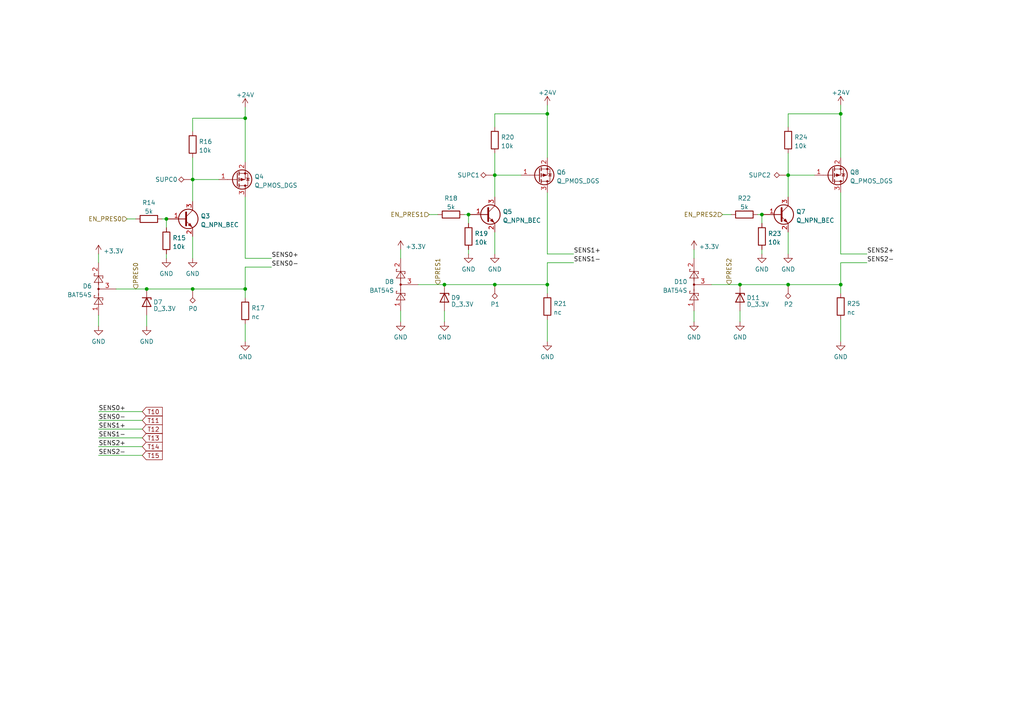
<source format=kicad_sch>
(kicad_sch (version 20211123) (generator eeschema)
  (paper "A4")
  (title_block (title "FloatPUMP Schematics") (date "2022-11-11") (rev "1.0") (company "robtor.de") (comment 1 "Controller board for up to 3 water pumps") (comment 2 "measuring capabilities with piezoresistive pressure sensors") (comment 3 "sensor input Range 4mA-20mA"))
  (lib_symbols
    (symbol "Connector:TestPoint_Alt" (pin_numbers hide) (pin_names (offset 0.762) hide)
      (property "Reference" "TP" (at 0 6.858 0))
      (property "Value" "TestPoint_Alt" (at 0 5.08 0))
      (symbol "TestPoint_Alt_0_1"
        (polyline (pts (xy 0 2.54) (xy -0.762 3.302) (xy 0 4.064) (xy 0.762 3.302) (xy 0 2.54)))
      )
      (symbol "TestPoint_Alt_1_1"
        (pin passive line (at 0 0 90) (length 2.54) (name "1") (number "1"))
      )
    )
    (symbol "D_Zener_1" (pin_numbers hide) (pin_names (offset 1.016) hide)
      (property "Reference" "D?" (at 2.032 0.8347 90))
      (property "Value" "D_Zener_1" (at 2.032 -1.7022 90))
      (symbol "D_Zener_1_0_1"
        (polyline (pts (xy 1.27 0) (xy -1.27 0)))
        (polyline (pts (xy -1.27 -1.27) (xy -1.27 1.27) (xy -0.762 1.27)) (stroke (width 0.254)))
        (polyline (pts (xy 1.27 -1.27) (xy 1.27 1.27) (xy -1.27 0) (xy 1.27 -1.27)) (stroke (width 0.254)))
      )
      (symbol "D_Zener_1_1_1"
        (pin passive line (at 3.81 0 180) (length 2.54) (name "A") (number "1"))
        (pin passive line (at -3.81 0 0) (length 2.54) (name "K") (number "3"))
      )
    )
    (symbol "Device:Q_NPN_BEC" (pin_names (offset 0) hide)
      (property "Reference" "Q" (at 5.08 1.27 0))
      (property "Value" "Q_NPN_BEC" (at 5.08 -1.27 0))
      (symbol "Q_NPN_BEC_0_1"
        (polyline (pts (xy 0.635 0.635) (xy 2.54 2.54)))
        (polyline (pts (xy 0.635 -0.635) (xy 2.54 -2.54) (xy 2.54 -2.54)))
        (polyline (pts (xy 0.635 1.905) (xy 0.635 -1.905) (xy 0.635 -1.905)) (stroke (width 0.508)))
        (polyline (pts (xy 1.27 -1.778) (xy 1.778 -1.27) (xy 2.286 -2.286) (xy 1.27 -1.778) (xy 1.27 -1.778)) (fill (type outline)))
        (circle (center 1.27 0) (radius 2.8194) (stroke (width 0.254)))
      )
      (symbol "Q_NPN_BEC_1_1"
        (pin input line (at -5.08 0 0) (length 5.715) (name "B") (number "1"))
        (pin passive line (at 2.54 -5.08 90) (length 2.54) (name "E") (number "2"))
        (pin passive line (at 2.54 5.08 270) (length 2.54) (name "C") (number "3"))
      )
    )
    (symbol "Device:Q_PMOS_GSD" (pin_names (offset 0) hide)
      (property "Reference" "Q" (at 5.08 1.27 0))
      (property "Value" "Q_PMOS_GSD" (at 5.08 -1.27 0))
      (symbol "Q_PMOS_GSD_0_1"
        (polyline (pts (xy 0.254 0) (xy -2.54 0)))
        (polyline (pts (xy 0.254 1.905) (xy 0.254 -1.905)) (stroke (width 0.254)))
        (polyline (pts (xy 0.762 -1.27) (xy 0.762 -2.286)) (stroke (width 0.254)))
        (polyline (pts (xy 0.762 0.508) (xy 0.762 -0.508)) (stroke (width 0.254)))
        (polyline (pts (xy 0.762 2.286) (xy 0.762 1.27)) (stroke (width 0.254)))
        (polyline (pts (xy 2.54 2.54) (xy 2.54 1.778)))
        (polyline (pts (xy 2.54 -2.54) (xy 2.54 0) (xy 0.762 0)))
        (polyline (pts (xy 0.762 1.778) (xy 3.302 1.778) (xy 3.302 -1.778) (xy 0.762 -1.778)))
        (polyline (pts (xy 2.286 0) (xy 1.27 0.381) (xy 1.27 -0.381) (xy 2.286 0)) (fill (type outline)))
        (polyline (pts (xy 2.794 -0.508) (xy 2.921 -0.381) (xy 3.683 -0.381) (xy 3.81 -0.254)))
        (polyline (pts (xy 3.302 -0.381) (xy 2.921 0.254) (xy 3.683 0.254) (xy 3.302 -0.381)))
        (circle (center 1.651 0) (radius 2.794) (stroke (width 0.254)))
        (circle (center 2.54 -1.778) (radius 0.254) (fill (type outline)))
        (circle (center 2.54 1.778) (radius 0.254) (fill (type outline)))
      )
      (symbol "Q_PMOS_GSD_1_1"
        (pin input line (at -5.08 0 0) (length 2.54) (name "G") (number "1"))
        (pin passive line (at 2.54 -5.08 90) (length 2.54) (name "S") (number "2"))
        (pin passive line (at 2.54 5.08 270) (length 2.54) (name "D") (number "3"))
      )
    )
    (symbol "Device:R" (pin_numbers hide) (pin_names (offset 0))
      (property "Reference" "R" (at 2.032 0 90))
      (property "Value" "R" (at 0 0 90))
      (symbol "R_0_1"
        (rectangle (start -1.016 -2.54) (end 1.016 2.54) (stroke (width 0.254)))
      )
      (symbol "R_1_1"
        (pin passive line (at 0 3.81 270) (length 1.27) (name "~") (number "1"))
        (pin passive line (at 0 -3.81 90) (length 1.27) (name "~") (number "2"))
      )
    )
    (symbol "Diode:BAT54S" (pin_names (offset 1.016))
      (property "Reference" "D" (at 0.635 -3.81 0))
      (property "Value" "BAT54S" (at -6.35 3.175 0))
      (symbol "BAT54S_0_1"
        (polyline (pts (xy -3.81 0) (xy -1.27 0)))
        (polyline (pts (xy -3.175 -1.27) (xy -3.175 -1.016)))
        (polyline (pts (xy -2.54 -1.27) (xy -3.175 -1.27)))
        (polyline (pts (xy -2.54 -1.27) (xy -2.54 1.27)))
        (polyline (pts (xy -2.54 1.27) (xy -1.905 1.27)))
        (polyline (pts (xy -1.905 0) (xy 1.905 0)))
        (polyline (pts (xy -1.905 1.27) (xy -1.905 1.016)))
        (polyline (pts (xy 1.27 0) (xy 3.81 0)))
        (polyline (pts (xy 3.175 -1.27) (xy 3.175 -1.016)))
        (polyline (pts (xy 3.81 -1.27) (xy 3.175 -1.27)))
        (polyline (pts (xy 3.81 -1.27) (xy 3.81 1.27)))
        (polyline (pts (xy 3.81 1.27) (xy 4.445 1.27)))
        (polyline (pts (xy 4.445 1.27) (xy 4.445 1.016)))
        (polyline (pts (xy -4.445 1.27) (xy -4.445 -1.27) (xy -2.54 0) (xy -4.445 1.27)))
        (polyline (pts (xy 1.905 1.27) (xy 1.905 -1.27) (xy 3.81 0) (xy 1.905 1.27)))
        (circle (center 0 0) (radius 0.254) (fill (type outline)))
      )
      (symbol "BAT54S_1_1"
        (pin passive line (at -7.62 0 0) (length 3.81) (name "~") (number "1"))
        (pin passive line (at 7.62 0 180) (length 3.81) (name "~") (number "2"))
        (pin passive line (at 0 -5.08 90) (length 5.08) (name "~") (number "3"))
      )
    )
    (symbol "power:+24V" (power) (pin_names (offset 0))
      (property "Value" "+24V" (at 0 3.556 0))
      (symbol "+24V_0_1"
        (polyline (pts (xy -0.762 1.27) (xy 0 2.54)))
        (polyline (pts (xy 0 0) (xy 0 2.54)))
        (polyline (pts (xy 0 2.54) (xy 0.762 1.27)))
      )
      (symbol "+24V_1_1"
        (pin power_in line (at 0 0 90) (length 0) hide (name "+24V") (number "1"))
      )
    )
    (symbol "power:+3.3V" (power) (pin_names (offset 0))
      (property "Value" "+3.3V" (at 0 3.556 0))
      (symbol "+3.3V_0_1"
        (polyline (pts (xy -0.762 1.27) (xy 0 2.54)))
        (polyline (pts (xy 0 0) (xy 0 2.54)))
        (polyline (pts (xy 0 2.54) (xy 0.762 1.27)))
      )
      (symbol "+3.3V_1_1"
        (pin power_in line (at 0 0 90) (length 0) hide (name "+3.3V") (number "1"))
      )
    )
    (symbol "power:GND" (power) (pin_names (offset 0))
      (property "Value" "GND" (at 0 -3.81 0))
      (symbol "GND_0_1"
        (polyline (pts (xy 0 0) (xy 0 -1.27) (xy 1.27 -1.27) (xy 0 -2.54) (xy -1.27 -1.27) (xy 0 -1.27)))
      )
      (symbol "GND_1_1"
        (pin power_in line (at 0 0 270) (length 0) hide (name "GND") (number "1"))
      )
    )
  )
  (junction (at 143.51 50.8))
  (junction (at 128.905 82.55))
  (junction (at 158.75 33.02))
  (junction (at 243.84 33.02))
  (junction (at 243.84 82.55))
  (junction (at 55.88 52.07))
  (junction (at 158.75 82.55))
  (junction (at 228.6 82.55))
  (junction (at 228.6 50.8))
  (junction (at 42.545 83.82))
  (junction (at 214.63 82.55))
  (junction (at 220.98 62.23))
  (junction (at 135.89 62.23))
  (junction (at 55.88 83.82))
  (junction (at 143.51 82.55))
  (junction (at 71.12 83.82))
  (junction (at 48.26 63.5))
  (junction (at 71.12 34.29))
  (wire (pts (xy 33.655 83.82) (xy 42.545 83.82)))
  (wire (pts (xy 219.71 62.23) (xy 220.98 62.23)))
  (wire (pts (xy 128.905 82.55) (xy 143.51 82.55)))
  (wire (pts (xy 143.51 33.02) (xy 158.75 33.02)))
  (wire (pts (xy 28.575 132.08) (xy 41.275 132.08)))
  (wire (pts (xy 220.98 72.39) (xy 220.98 73.66)))
  (wire (pts (xy 228.6 44.45) (xy 228.6 50.8)))
  (wire (pts (xy 128.905 90.17) (xy 128.905 93.345)))
  (wire (pts (xy 134.62 62.23) (xy 135.89 62.23)))
  (wire (pts (xy 158.75 82.55) (xy 158.75 85.09)))
  (wire (pts (xy 28.575 119.38) (xy 41.275 119.38)))
  (wire (pts (xy 243.84 82.55) (xy 243.84 85.09)))
  (wire (pts (xy 28.575 124.46) (xy 41.275 124.46)))
  (wire (pts (xy 28.575 127) (xy 41.275 127)))
  (wire (pts (xy 55.88 45.72) (xy 55.88 52.07)))
  (wire (pts (xy 166.37 76.2) (xy 158.75 76.2)))
  (wire (pts (xy 28.575 129.54) (xy 41.275 129.54)))
  (wire (pts (xy 228.6 67.31) (xy 228.6 73.66)))
  (wire (pts (xy 158.75 76.2) (xy 158.75 82.55)))
  (wire (pts (xy 243.84 92.71) (xy 243.84 99.06)))
  (wire (pts (xy 71.12 57.15) (xy 71.12 74.93)))
  (wire (pts (xy 124.46 62.23) (xy 127 62.23)))
  (wire (pts (xy 48.26 63.5) (xy 48.26 66.04)))
  (wire (pts (xy 158.75 92.71) (xy 158.75 99.06)))
  (wire (pts (xy 158.75 55.88) (xy 158.75 73.66)))
  (wire (pts (xy 201.295 72.39) (xy 201.295 74.93)))
  (wire (pts (xy 228.6 36.83) (xy 228.6 33.02)))
  (wire (pts (xy 158.75 30.48) (xy 158.75 33.02)))
  (wire (pts (xy 228.6 50.8) (xy 236.22 50.8)))
  (wire (pts (xy 201.295 90.17) (xy 201.295 93.345)))
  (wire (pts (xy 28.575 73.66) (xy 28.575 76.2)))
  (wire (pts (xy 143.51 36.83) (xy 143.51 33.02)))
  (wire (pts (xy 220.98 62.23) (xy 220.98 64.77)))
  (wire (pts (xy 78.74 77.47) (xy 71.12 77.47)))
  (wire (pts (xy 135.89 72.39) (xy 135.89 73.66)))
  (wire (pts (xy 78.74 74.93) (xy 71.12 74.93)))
  (wire (pts (xy 55.88 38.1) (xy 55.88 34.29)))
  (wire (pts (xy 228.6 82.55) (xy 243.84 82.55)))
  (wire (pts (xy 55.88 52.07) (xy 63.5 52.07)))
  (wire (pts (xy 36.83 63.5) (xy 39.37 63.5)))
  (wire (pts (xy 251.46 73.66) (xy 243.84 73.66)))
  (wire (pts (xy 28.575 91.44) (xy 28.575 94.615)))
  (wire (pts (xy 206.375 82.55) (xy 214.63 82.55)))
  (wire (pts (xy 55.88 68.58) (xy 55.88 74.93)))
  (wire (pts (xy 143.51 50.8) (xy 143.51 57.15)))
  (wire (pts (xy 55.88 34.29) (xy 71.12 34.29)))
  (wire (pts (xy 143.51 44.45) (xy 143.51 50.8)))
  (wire (pts (xy 121.285 82.55) (xy 128.905 82.55)))
  (wire (pts (xy 251.46 76.2) (xy 243.84 76.2)))
  (wire (pts (xy 209.55 62.23) (xy 212.09 62.23)))
  (wire (pts (xy 71.12 34.29) (xy 71.12 46.99)))
  (wire (pts (xy 135.89 64.77) (xy 135.89 62.23)))
  (wire (pts (xy 228.6 50.8) (xy 228.6 57.15)))
  (wire (pts (xy 143.51 67.31) (xy 143.51 73.66)))
  (wire (pts (xy 55.88 52.07) (xy 55.88 58.42)))
  (wire (pts (xy 42.545 91.44) (xy 42.545 94.615)))
  (wire (pts (xy 158.75 33.02) (xy 158.75 45.72)))
  (wire (pts (xy 243.84 33.02) (xy 243.84 45.72)))
  (wire (pts (xy 48.26 73.66) (xy 48.26 74.93)))
  (wire (pts (xy 143.51 82.55) (xy 158.75 82.55)))
  (wire (pts (xy 42.545 83.82) (xy 55.88 83.82)))
  (wire (pts (xy 166.37 73.66) (xy 158.75 73.66)))
  (wire (pts (xy 71.12 93.98) (xy 71.12 99.06)))
  (wire (pts (xy 116.205 72.39) (xy 116.205 74.93)))
  (wire (pts (xy 143.51 50.8) (xy 151.13 50.8)))
  (wire (pts (xy 214.63 82.55) (xy 228.6 82.55)))
  (wire (pts (xy 243.84 76.2) (xy 243.84 82.55)))
  (wire (pts (xy 228.6 33.02) (xy 243.84 33.02)))
  (wire (pts (xy 71.12 83.82) (xy 71.12 86.36)))
  (wire (pts (xy 71.12 31.115) (xy 71.12 34.29)))
  (wire (pts (xy 28.575 121.92) (xy 41.275 121.92)))
  (wire (pts (xy 71.12 77.47) (xy 71.12 83.82)))
  (wire (pts (xy 55.88 83.82) (xy 71.12 83.82)))
  (wire (pts (xy 243.84 30.48) (xy 243.84 33.02)))
  (wire (pts (xy 243.84 55.88) (xy 243.84 73.66)))
  (wire (pts (xy 46.99 63.5) (xy 48.26 63.5)))
  (wire (pts (xy 116.205 90.17) (xy 116.205 93.345)))
  (wire (pts (xy 214.63 90.17) (xy 214.63 93.345)))
  (label "SENS0+" (at 78.74 74.93 0))
  (label "SENS1-" (at 166.37 76.2 0))
  (label "SENS0-" (at 78.74 77.47 0))
  (label "SENS1+" (at 166.37 73.66 0))
  (label "SENS1-" (at 28.575 127 0))
  (label "SENS1+" (at 28.575 124.46 0))
  (label "SENS2+" (at 251.46 73.66 0))
  (label "SENS2-" (at 251.46 76.2 0))
  (label "SENS0-" (at 28.575 121.92 0))
  (label "SENS2-" (at 28.575 132.08 0))
  (label "SENS2+" (at 28.575 129.54 0))
  (label "SENS0+" (at 28.575 119.38 0))
  (global_label "T13" (shape input) (at 41.275 127 0) (property "Referenzen zwischen Schaltplänen" "${INTERSHEET_REFS}" (effects hide)))
  (global_label "T14" (shape input) (at 41.275 129.54 0) (property "Referenzen zwischen Schaltplänen" "${INTERSHEET_REFS}" (effects hide)))
  (global_label "T11" (shape input) (at 41.275 121.92 0) (property "Referenzen zwischen Schaltplänen" "${INTERSHEET_REFS}" (effects hide)))
  (global_label "T15" (shape input) (at 41.275 132.08 0) (property "Referenzen zwischen Schaltplänen" "${INTERSHEET_REFS}" (effects hide)))
  (global_label "T10" (shape input) (at 41.275 119.38 0) (property "Referenzen zwischen Schaltplänen" "${INTERSHEET_REFS}" (effects hide)))
  (global_label "T12" (shape input) (at 41.275 124.46 0) (property "Referenzen zwischen Schaltplänen" "${INTERSHEET_REFS}" (effects hide)))
  (hierarchical_label "EN_PRES1" (shape input) (at 124.46 62.23 180))
  (hierarchical_label "PRES2" (shape input) (at 211.455 82.55 90))
  (hierarchical_label "PRES0" (shape input) (at 39.37 83.82 90))
  (hierarchical_label "EN_PRES2" (shape input) (at 209.55 62.23 180))
  (hierarchical_label "EN_PRES0" (shape input) (at 36.83 63.5 180))
  (hierarchical_label "PRES1" (shape input) (at 127 82.55 90))
  (symbol (lib_id "power:GND") (at 214.63 93.345 0) (unit 1)
    (property "Reference" "#PWR057" (effects hide))
    (property "Value" "GND" (at 214.63 97.7884 0))
  )
  (symbol (lib_id "Diode:BAT54S") (at 28.575 83.82 90) (unit 1)
    (property "Reference" "D6" (at 26.67 82.9853 90) (effects (justify left)))
    (property "Value" "BAT54S" (at 26.67 85.5222 90) (effects (justify left)))
    (property "Footprint" "Package_TO_SOT_SMD:SOT-23" (effects hide))
    (property "Datasheet" "https://www.diodes.com/assets/Datasheets/ds11005.pdf" (effects hide))
    (property "JLCPCB" "C2762214" (effects hide))
  )
  (symbol (lib_id "power:+3.3V") (at 116.205 72.39 0) (unit 1)
    (property "Reference" "#PWR048" (effects hide))
    (property "Value" "+3.3V" (at 117.602 71.5538 0) (effects (justify left)))
  )
  (symbol (lib_id "Device:Q_PMOS_GSD") (at 156.21 50.8 0) (mirror x) (unit 1)
    (property "Reference" "Q6" (at 161.417 49.9653 0) (effects (justify left)))
    (property "Value" "Q_PMOS_DGS" (at 161.417 52.5022 0) (effects (justify left)))
    (property "Footprint" "Package_TO_SOT_SMD:SOT-23" (effects hide))
    (property "Datasheet" "https://datasheet.lcsc.com/lcsc/1809291614_Jiangsu-Changjing-Electronics-Technology-Co---Ltd--BSS84_C114481.pdf" (effects hide))
    (property "JLCPCB" " C114481" (effects hide))
  )
  (symbol (lib_id "power:GND") (at 228.6 73.66 0) (unit 1)
    (property "Reference" "#PWR059" (effects hide))
    (property "Value" "GND" (at 228.6 78.1034 0))
  )
  (symbol (lib_id "power:+24V") (at 158.75 30.48 0) (unit 1)
    (property "Reference" "#PWR053" (effects hide))
    (property "Value" "+24V" (at 158.75 26.9042 0))
  )
  (symbol (lib_id "power:GND") (at 116.205 93.345 0) (unit 1)
    (property "Reference" "#PWR049" (effects hide))
    (property "Value" "GND" (at 116.205 97.7884 0))
  )
  (symbol (lib_id "Device:Q_PMOS_GSD") (at 68.58 52.07 0) (mirror x) (unit 1)
    (property "Reference" "Q4" (at 73.787 51.2353 0) (effects (justify left)))
    (property "Value" "Q_PMOS_DGS" (at 73.787 53.7722 0) (effects (justify left)))
    (property "Footprint" "Package_TO_SOT_SMD:SOT-23" (effects hide))
    (property "Datasheet" "https://datasheet.lcsc.com/lcsc/1809291614_Jiangsu-Changjing-Electronics-Technology-Co---Ltd--BSS84_C114481.pdf" (effects hide))
    (property "JLCPCB" " C114481" (effects hide))
  )
  (symbol (lib_id "power:+3.3V") (at 28.575 73.66 0) (unit 1)
    (property "Reference" "#PWR041" (effects hide))
    (property "Value" "+3.3V" (at 29.972 72.8238 0) (effects (justify left)))
  )
  (symbol (lib_id "power:GND") (at 158.75 99.06 0) (unit 1)
    (property "Reference" "#PWR054" (effects hide))
    (property "Value" "GND" (at 158.75 103.5034 0))
  )
  (symbol (lib_id "Connector:TestPoint_Alt") (at 55.88 83.82 180) (unit 1)
    (property "Reference" "TP11" (effects hide))
    (property "Value" "P0" (at 54.61 89.535 0) (effects (justify right)))
    (property "Footprint" "TestPoint:TestPoint_Pad_D1.0mm" (effects hide))
  )
  (symbol (lib_id "Connector:TestPoint_Alt") (at 228.6 82.55 180) (unit 1)
    (property "Reference" "TP15" (effects hide))
    (property "Value" "P2" (at 227.33 88.265 0) (effects (justify right)))
    (property "Footprint" "TestPoint:TestPoint_Pad_D1.0mm" (effects hide))
  )
  (symbol (lib_id "Device:R") (at 215.9 62.23 90) (unit 1)
    (property "Reference" "R22" (at 215.9 57.5142 90))
    (property "Value" "5k" (at 215.9 60.0511 90))
    (property "Footprint" "Resistor_SMD:R_0402_1005Metric" (effects hide))
    (property "JLCPCB" "C332873" (effects hide))
  )
  (symbol (lib_id "power:+3.3V") (at 201.295 72.39 0) (unit 1)
    (property "Reference" "#PWR055" (effects hide))
    (property "Value" "+3.3V" (at 202.692 71.5538 0) (effects (justify left)))
  )
  (symbol (lib_id "Device:R") (at 55.88 41.91 0) (unit 1)
    (property "Reference" "R16" (at 57.658 41.0753 0) (effects (justify left)))
    (property "Value" "10k" (at 57.658 43.6122 0) (effects (justify left)))
    (property "Footprint" "Resistor_SMD:R_0603_1608Metric" (effects hide))
    (property "JLCPCB" "C238881" (effects hide))
  )
  (symbol (lib_id "power:GND") (at 243.84 99.06 0) (unit 1)
    (property "Reference" "#PWR061" (effects hide))
    (property "Value" "GND" (at 243.84 103.5034 0))
  )
  (symbol (lib_id "Connector:TestPoint_Alt") (at 143.51 50.8 90) (unit 1)
    (property "Reference" "TP12" (effects hide))
    (property "Value" "SUPC1" (at 135.89 50.8 90))
    (property "Footprint" "TestPoint:TestPoint_Pad_D1.0mm" (effects hide))
  )
  (symbol (lib_name "D_Zener_1") (lib_id "Device:D_Zener") (at 214.63 86.36 270) (unit 1)
    (property "Reference" "D11" (at 216.535 86.36 90) (effects (justify left)))
    (property "Value" "D_3.3V" (at 216.535 88.265 90) (effects (justify left)))
    (property "Footprint" "Package_TO_SOT_SMD:SOT-23" (effects hide))
    (property "Datasheet" "https://datasheet.lcsc.com/lcsc/1809191825_LRC-LBZX84C3V3LT1G_C12745.pdf" (effects hide))
    (property "JLCPCB" "C131832" (effects hide))
  )
  (symbol (lib_id "power:GND") (at 48.26 74.93 0) (unit 1)
    (property "Reference" "#PWR044" (effects hide))
    (property "Value" "GND" (at 48.26 79.3734 0))
  )
  (symbol (lib_id "Device:Q_NPN_BEC") (at 140.97 62.23 0) (unit 1)
    (property "Reference" "Q5" (at 145.8214 61.3953 0) (effects (justify left)))
    (property "Value" "Q_NPN_BEC" (at 145.8214 63.9322 0) (effects (justify left)))
    (property "Footprint" "Package_TO_SOT_SMD:SOT-23" (effects hide))
    (property "Datasheet" "https://datasheet.lcsc.com/lcsc/1912111437_Diodes-Incorporated-FMMT491TA_C141788.pdf" (effects hide))
    (property "JLCPCB" "C141788" (effects hide))
  )
  (symbol (lib_id "power:GND") (at 135.89 73.66 0) (unit 1)
    (property "Reference" "#PWR051" (effects hide))
    (property "Value" "GND" (at 135.89 78.1034 0))
  )
  (symbol (lib_id "Device:Q_NPN_BEC") (at 53.34 63.5 0) (unit 1)
    (property "Reference" "Q3" (at 58.1914 62.6653 0) (effects (justify left)))
    (property "Value" "Q_NPN_BEC" (at 58.1914 65.2022 0) (effects (justify left)))
    (property "Footprint" "Package_TO_SOT_SMD:SOT-23" (effects hide))
    (property "Datasheet" "https://datasheet.lcsc.com/lcsc/1912111437_Diodes-Incorporated-FMMT491TA_C141788.pdf" (effects hide))
    (property "JLCPCB" "C141788" (effects hide))
  )
  (symbol (lib_id "power:GND") (at 201.295 93.345 0) (unit 1)
    (property "Reference" "#PWR056" (effects hide))
    (property "Value" "GND" (at 201.295 97.7884 0))
  )
  (symbol (lib_id "Connector:TestPoint_Alt") (at 143.51 82.55 180) (unit 1)
    (property "Reference" "TP13" (effects hide))
    (property "Value" "P1" (at 142.24 88.265 0) (effects (justify right)))
    (property "Footprint" "TestPoint:TestPoint_Pad_D1.0mm" (effects hide))
  )
  (symbol (lib_id "power:+24V") (at 71.12 31.115 0) (unit 1)
    (property "Reference" "#PWR046" (effects hide))
    (property "Value" "+24V" (at 71.12 27.5392 0))
  )
  (symbol (lib_id "Connector:TestPoint_Alt") (at 55.88 52.07 90) (unit 1)
    (property "Reference" "TP10" (effects hide))
    (property "Value" "SUPC0" (at 48.26 52.07 90))
    (property "Footprint" "TestPoint:TestPoint_Pad_D1.0mm" (effects hide))
  )
  (symbol (lib_id "power:GND") (at 71.12 99.06 0) (unit 1)
    (property "Reference" "#PWR047" (effects hide))
    (property "Value" "GND" (at 71.12 103.5034 0))
  )
  (symbol (lib_id "power:+24V") (at 243.84 30.48 0) (unit 1)
    (property "Reference" "#PWR060" (effects hide))
    (property "Value" "+24V" (at 243.84 26.9042 0))
  )
  (symbol (lib_id "power:GND") (at 143.51 73.66 0) (unit 1)
    (property "Reference" "#PWR052" (effects hide))
    (property "Value" "GND" (at 143.51 78.1034 0))
  )
  (symbol (lib_id "Device:R") (at 220.98 68.58 0) (unit 1)
    (property "Reference" "R23" (at 222.758 67.7453 0) (effects (justify left)))
    (property "Value" "10k" (at 222.758 70.2822 0) (effects (justify left)))
    (property "Footprint" "Resistor_SMD:R_0603_1608Metric" (effects hide))
    (property "JLCPCB" "C238881" (effects hide))
  )
  (symbol (lib_id "Device:R") (at 135.89 68.58 0) (unit 1)
    (property "Reference" "R19" (at 137.668 67.7453 0) (effects (justify left)))
    (property "Value" "10k" (at 137.668 70.2822 0) (effects (justify left)))
    (property "Footprint" "Resistor_SMD:R_0603_1608Metric" (effects hide))
    (property "JLCPCB" "C238881" (effects hide))
  )
  (symbol (lib_id "Device:R") (at 158.75 88.9 0) (unit 1)
    (property "Reference" "R21" (at 160.528 88.0653 0) (effects (justify left)))
    (property "Value" "nc" (at 160.528 90.6022 0) (effects (justify left)))
    (property "Footprint" "Resistor_THT:R_Axial_DIN0204_L3.6mm_D1.6mm_P7.62mm_Horizontal" (effects hide))
  )
  (symbol (lib_name "D_Zener_1") (lib_id "Device:D_Zener") (at 128.905 86.36 270) (unit 1)
    (property "Reference" "D9" (at 130.81 86.36 90) (effects (justify left)))
    (property "Value" "D_3.3V" (at 130.81 88.265 90) (effects (justify left)))
    (property "Footprint" "Package_TO_SOT_SMD:SOT-23" (effects hide))
    (property "Datasheet" "https://datasheet.lcsc.com/lcsc/1809191825_LRC-LBZX84C3V3LT1G_C12745.pdf" (effects hide))
    (property "JLCPCB" "C131832" (effects hide))
  )
  (symbol (lib_id "Device:R") (at 48.26 69.85 0) (unit 1)
    (property "Reference" "R15" (at 50.038 69.0153 0) (effects (justify left)))
    (property "Value" "10k" (at 50.038 71.5522 0) (effects (justify left)))
    (property "Footprint" "Resistor_SMD:R_0603_1608Metric" (effects hide))
    (property "JLCPCB" "C238881" (effects hide))
  )
  (symbol (lib_id "Device:R") (at 243.84 88.9 0) (unit 1)
    (property "Reference" "R25" (at 245.618 88.0653 0) (effects (justify left)))
    (property "Value" "nc" (at 245.618 90.6022 0) (effects (justify left)))
    (property "Footprint" "Resistor_THT:R_Axial_DIN0204_L3.6mm_D1.6mm_P7.62mm_Horizontal" (effects hide))
  )
  (symbol (lib_id "Device:Q_NPN_BEC") (at 226.06 62.23 0) (unit 1)
    (property "Reference" "Q7" (at 230.9114 61.3953 0) (effects (justify left)))
    (property "Value" "Q_NPN_BEC" (at 230.9114 63.9322 0) (effects (justify left)))
    (property "Footprint" "Package_TO_SOT_SMD:SOT-23" (effects hide))
    (property "Datasheet" "https://datasheet.lcsc.com/lcsc/1912111437_Diodes-Incorporated-FMMT491TA_C141788.pdf" (effects hide))
    (property "JLCPCB" "C141788" (effects hide))
  )
  (symbol (lib_id "power:GND") (at 28.575 94.615 0) (unit 1)
    (property "Reference" "#PWR042" (effects hide))
    (property "Value" "GND" (at 28.575 99.0584 0))
  )
  (symbol (lib_id "Device:R") (at 71.12 90.17 0) (unit 1)
    (property "Reference" "R17" (at 72.898 89.3353 0) (effects (justify left)))
    (property "Value" "nc" (at 72.898 91.8722 0) (effects (justify left)))
    (property "Footprint" "Resistor_THT:R_Axial_DIN0204_L3.6mm_D1.6mm_P7.62mm_Horizontal" (effects hide))
  )
  (symbol (lib_id "Diode:BAT54S") (at 201.295 82.55 90) (unit 1)
    (property "Reference" "D10" (at 199.39 81.7153 90) (effects (justify left)))
    (property "Value" "BAT54S" (at 199.39 84.2522 90) (effects (justify left)))
    (property "Footprint" "Package_TO_SOT_SMD:SOT-23" (effects hide))
    (property "Datasheet" "https://www.diodes.com/assets/Datasheets/ds11005.pdf" (effects hide))
    (property "JLCPCB" "C2762214" (effects hide))
  )
  (symbol (lib_id "Device:R") (at 130.81 62.23 90) (unit 1)
    (property "Reference" "R18" (at 130.81 57.5142 90))
    (property "Value" "5k" (at 130.81 60.0511 90))
    (property "Footprint" "Resistor_SMD:R_0402_1005Metric" (effects hide))
    (property "JLCPCB" "C332873" (effects hide))
  )
  (symbol (lib_id "Device:Q_PMOS_GSD") (at 241.3 50.8 0) (mirror x) (unit 1)
    (property "Reference" "Q8" (at 246.507 49.9653 0) (effects (justify left)))
    (property "Value" "Q_PMOS_DGS" (at 246.507 52.5022 0) (effects (justify left)))
    (property "Footprint" "Package_TO_SOT_SMD:SOT-23" (effects hide))
    (property "Datasheet" "https://datasheet.lcsc.com/lcsc/1809291614_Jiangsu-Changjing-Electronics-Technology-Co---Ltd--BSS84_C114481.pdf" (effects hide))
    (property "JLCPCB" " C114481" (effects hide))
  )
  (symbol (lib_id "power:GND") (at 220.98 73.66 0) (unit 1)
    (property "Reference" "#PWR058" (effects hide))
    (property "Value" "GND" (at 220.98 78.1034 0))
  )
  (symbol (lib_id "power:GND") (at 42.545 94.615 0) (unit 1)
    (property "Reference" "#PWR043" (effects hide))
    (property "Value" "GND" (at 42.545 99.0584 0))
  )
  (symbol (lib_id "Connector:TestPoint_Alt") (at 228.6 50.8 90) (unit 1)
    (property "Reference" "TP14" (effects hide))
    (property "Value" "SUPC2" (at 220.345 50.8 90))
    (property "Footprint" "TestPoint:TestPoint_Pad_D1.0mm" (effects hide))
  )
  (symbol (lib_id "Diode:BAT54S") (at 116.205 82.55 90) (unit 1)
    (property "Reference" "D8" (at 114.3 81.7153 90) (effects (justify left)))
    (property "Value" "BAT54S" (at 114.3 84.2522 90) (effects (justify left)))
    (property "Footprint" "Package_TO_SOT_SMD:SOT-23" (effects hide))
    (property "Datasheet" "https://www.diodes.com/assets/Datasheets/ds11005.pdf" (effects hide))
    (property "JLCPCB" "C2762214" (effects hide))
  )
  (symbol (lib_id "Device:R") (at 228.6 40.64 0) (unit 1)
    (property "Reference" "R24" (at 230.378 39.8053 0) (effects (justify left)))
    (property "Value" "10k" (at 230.378 42.3422 0) (effects (justify left)))
    (property "Footprint" "Resistor_SMD:R_0603_1608Metric" (effects hide))
    (property "JLCPCB" "C238881" (effects hide))
  )
  (symbol (lib_id "power:GND") (at 55.88 74.93 0) (unit 1)
    (property "Reference" "#PWR045" (effects hide))
    (property "Value" "GND" (at 55.88 79.3734 0))
  )
  (symbol (lib_name "D_Zener_1") (lib_id "Device:D_Zener") (at 42.545 87.63 270) (unit 1)
    (property "Reference" "D7" (at 44.45 87.63 90) (effects (justify left)))
    (property "Value" "D_3.3V" (at 44.45 89.535 90) (effects (justify left)))
    (property "Footprint" "Package_TO_SOT_SMD:SOT-23" (effects hide))
    (property "Datasheet" "https://datasheet.lcsc.com/lcsc/1809191825_LRC-LBZX84C3V3LT1G_C12745.pdf" (effects hide))
    (property "JLCPCB" "C131832" (effects hide))
  )
  (symbol (lib_id "power:GND") (at 128.905 93.345 0) (unit 1)
    (property "Reference" "#PWR050" (effects hide))
    (property "Value" "GND" (at 128.905 97.7884 0))
  )
  (symbol (lib_id "Device:R") (at 43.18 63.5 90) (unit 1)
    (property "Reference" "R14" (at 43.18 58.7842 90))
    (property "Value" "5k" (at 43.18 61.3211 90))
    (property "Footprint" "Resistor_SMD:R_0402_1005Metric" (effects hide))
    (property "JLCPCB" "C332873" (effects hide))
  )
  (symbol (lib_id "Device:R") (at 143.51 40.64 0) (unit 1)
    (property "Reference" "R20" (at 145.288 39.8053 0) (effects (justify left)))
    (property "Value" "10k" (at 145.288 42.3422 0) (effects (justify left)))
    (property "Footprint" "Resistor_SMD:R_0603_1608Metric" (effects hide))
    (property "JLCPCB" "C238881" (effects hide))
  )
)
</source>
